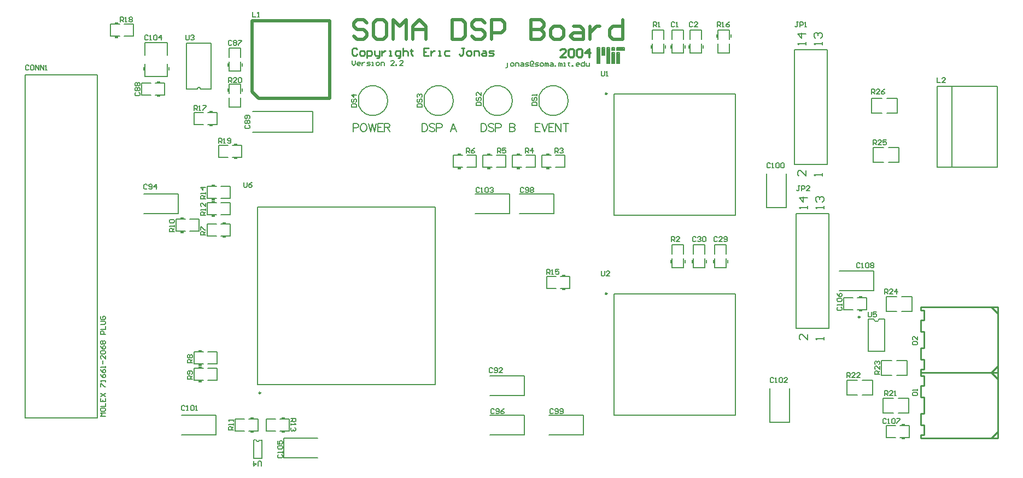
<source format=gto>
%FSLAX24Y24*%
%MOIN*%
G70*
G01*
G75*
%ADD10R,0.0394X0.0433*%
%ADD11R,0.0433X0.0394*%
%ADD12R,0.0787X0.0866*%
%ADD13R,0.0866X0.0787*%
%ADD14R,0.0472X0.0236*%
%ADD15R,0.0472X0.0236*%
%ADD16R,0.1024X0.0945*%
%ADD17C,0.0241*%
%ADD18R,0.1063X0.0630*%
%ADD19R,0.0512X0.0591*%
%ADD20R,0.0807X0.0236*%
%ADD21R,0.0630X0.0118*%
%ADD22R,0.0118X0.0630*%
%ADD23R,0.0118X0.0728*%
%ADD24R,0.0728X0.0118*%
%ADD25R,0.0620X0.0775*%
%ADD26R,0.0360X0.2560*%
%ADD27R,0.0600X0.0150*%
%ADD28R,0.0620X0.1010*%
%ADD29C,0.0080*%
%ADD30C,0.0100*%
%ADD31C,0.0160*%
%ADD32C,0.0200*%
%ADD33C,0.0500*%
%ADD34C,0.1732*%
%ADD35C,0.1732*%
%ADD36C,0.0591*%
%ADD37R,0.0591X0.0591*%
%ADD38C,0.0600*%
%ADD39C,0.0520*%
%ADD40C,0.0460*%
%ADD41C,0.0200*%
%ADD42C,0.0250*%
%ADD43C,0.0320*%
%ADD44C,0.0060*%
%ADD45C,0.0079*%
%ADD46C,0.0098*%
%ADD47C,0.0070*%
%ADD48C,0.0120*%
%ADD49C,0.0050*%
%ADD50R,0.0079X0.0197*%
%ADD51R,0.0197X0.0079*%
%ADD52C,0.0020*%
%ADD53R,0.0079X0.0197*%
D29*
X75804Y49839D02*
Y54761D01*
X79465Y49839D02*
Y54761D01*
X75804D02*
X79465D01*
X75804Y49839D02*
X79465D01*
X76700D02*
Y54761D01*
X24600Y34540D02*
Y55460D01*
X20199Y34540D02*
Y55460D01*
Y34540D02*
X24600D01*
X20199Y55460D02*
X24600D01*
X49500Y55900D02*
X49550D01*
X49600Y55950D01*
Y56200D01*
X49850Y56000D02*
X49950D01*
X50000Y56050D01*
Y56150D01*
X49950Y56200D01*
X49850D01*
X49800Y56150D01*
Y56050D01*
X49850Y56000D01*
X50100D02*
Y56200D01*
X50250D01*
X50300Y56150D01*
Y56000D01*
X50450Y56200D02*
X50550D01*
X50600Y56150D01*
Y56000D01*
X50450D01*
X50400Y56050D01*
X50450Y56100D01*
X50600D01*
X50700Y56000D02*
X50850D01*
X50900Y56050D01*
X50850Y56100D01*
X50750D01*
X50700Y56150D01*
X50750Y56200D01*
X50900D01*
X51149Y56100D02*
Y56150D01*
X51099D01*
Y56100D01*
X51149D01*
X51199Y56150D01*
Y56250D01*
X51149Y56300D01*
X51049D01*
X51000Y56250D01*
Y56050D01*
X51049Y56000D01*
X51199D01*
X51299D02*
X51449D01*
X51499Y56050D01*
X51449Y56100D01*
X51349D01*
X51299Y56150D01*
X51349Y56200D01*
X51499D01*
X51649Y56000D02*
X51749D01*
X51799Y56050D01*
Y56150D01*
X51749Y56200D01*
X51649D01*
X51599Y56150D01*
Y56050D01*
X51649Y56000D01*
X51899D02*
Y56200D01*
X51949D01*
X51999Y56150D01*
Y56000D01*
Y56150D01*
X52049Y56200D01*
X52099Y56150D01*
Y56000D01*
X52249Y56200D02*
X52349D01*
X52399Y56150D01*
Y56000D01*
X52249D01*
X52199Y56050D01*
X52249Y56100D01*
X52399D01*
X52499Y56000D02*
Y56050D01*
X52549D01*
Y56000D01*
X52499D01*
X52749D02*
Y56200D01*
X52799D01*
X52849Y56150D01*
Y56000D01*
Y56150D01*
X52899Y56200D01*
X52949Y56150D01*
Y56000D01*
X53049D02*
X53149D01*
X53099D01*
Y56200D01*
X53049D01*
X53349Y56250D02*
Y56200D01*
X53299D01*
X53399D01*
X53349D01*
Y56050D01*
X53399Y56000D01*
X53549D02*
Y56050D01*
X53599D01*
Y56000D01*
X53549D01*
X53949D02*
X53849D01*
X53799Y56050D01*
Y56150D01*
X53849Y56200D01*
X53949D01*
X53999Y56150D01*
Y56100D01*
X53799D01*
X54298Y56300D02*
Y56000D01*
X54149D01*
X54099Y56050D01*
Y56150D01*
X54149Y56200D01*
X54298D01*
X54398D02*
Y56050D01*
X54448Y56000D01*
X54598D01*
Y56200D01*
X68800Y57300D02*
Y57467D01*
Y57383D01*
X68300D01*
X68383Y57300D01*
Y57717D02*
X68300Y57800D01*
Y57966D01*
X68383Y58050D01*
X68467D01*
X68550Y57966D01*
Y57883D01*
Y57966D01*
X68633Y58050D01*
X68717D01*
X68800Y57966D01*
Y57800D01*
X68717Y57717D01*
X67800Y57300D02*
Y57467D01*
Y57383D01*
X67300D01*
X67383Y57300D01*
X67800Y57966D02*
X67300D01*
X67550Y57717D01*
Y58050D01*
X68800Y49300D02*
Y49467D01*
Y49383D01*
X68300D01*
X68383Y49300D01*
X67800Y49633D02*
Y49300D01*
X67467Y49633D01*
X67383D01*
X67300Y49550D01*
Y49383D01*
X67383Y49300D01*
X68900Y47300D02*
Y47467D01*
Y47383D01*
X68400D01*
X68483Y47300D01*
Y47717D02*
X68400Y47800D01*
Y47966D01*
X68483Y48050D01*
X68567D01*
X68650Y47966D01*
Y47883D01*
Y47966D01*
X68733Y48050D01*
X68817D01*
X68900Y47966D01*
Y47800D01*
X68817Y47717D01*
X67900Y47300D02*
Y47467D01*
Y47383D01*
X67400D01*
X67483Y47300D01*
X67900Y47966D02*
X67400D01*
X67650Y47717D01*
Y48050D01*
X68900Y39300D02*
Y39467D01*
Y39383D01*
X68400D01*
X68483Y39300D01*
X67900Y39633D02*
Y39300D01*
X67567Y39633D01*
X67483D01*
X67400Y39550D01*
Y39383D01*
X67483Y39300D01*
X51609Y52500D02*
X51300D01*
Y52000D01*
X51609D01*
X51300Y52262D02*
X51490D01*
X51693Y52500D02*
X51883Y52000D01*
X52074Y52500D02*
X51883Y52000D01*
X52447Y52500D02*
X52138D01*
Y52000D01*
X52447D01*
X52138Y52262D02*
X52328D01*
X52531Y52500D02*
Y52000D01*
Y52500D02*
X52864Y52000D01*
Y52500D02*
Y52000D01*
X53169Y52500D02*
Y52000D01*
X53002Y52500D02*
X53335D01*
X48000D02*
Y52000D01*
Y52500D02*
X48167D01*
X48238Y52476D01*
X48286Y52428D01*
X48309Y52381D01*
X48333Y52309D01*
Y52190D01*
X48309Y52119D01*
X48286Y52071D01*
X48238Y52024D01*
X48167Y52000D01*
X48000D01*
X48778Y52428D02*
X48731Y52476D01*
X48659Y52500D01*
X48564D01*
X48493Y52476D01*
X48445Y52428D01*
Y52381D01*
X48469Y52333D01*
X48493Y52309D01*
X48540Y52286D01*
X48683Y52238D01*
X48731Y52214D01*
X48755Y52190D01*
X48778Y52143D01*
Y52071D01*
X48731Y52024D01*
X48659Y52000D01*
X48564D01*
X48493Y52024D01*
X48445Y52071D01*
X48890Y52238D02*
X49105D01*
X49176Y52262D01*
X49200Y52286D01*
X49224Y52333D01*
Y52405D01*
X49200Y52452D01*
X49176Y52476D01*
X49105Y52500D01*
X48890D01*
Y52000D01*
X49728Y52500D02*
Y52000D01*
Y52500D02*
X49942D01*
X50014Y52476D01*
X50038Y52452D01*
X50061Y52405D01*
Y52357D01*
X50038Y52309D01*
X50014Y52286D01*
X49942Y52262D01*
X49728D02*
X49942D01*
X50014Y52238D01*
X50038Y52214D01*
X50061Y52167D01*
Y52095D01*
X50038Y52048D01*
X50014Y52024D01*
X49942Y52000D01*
X49728D01*
X44400Y52500D02*
Y52000D01*
Y52500D02*
X44567D01*
X44638Y52476D01*
X44686Y52428D01*
X44709Y52381D01*
X44733Y52309D01*
Y52190D01*
X44709Y52119D01*
X44686Y52071D01*
X44638Y52024D01*
X44567Y52000D01*
X44400D01*
X45178Y52428D02*
X45131Y52476D01*
X45059Y52500D01*
X44964D01*
X44893Y52476D01*
X44845Y52428D01*
Y52381D01*
X44869Y52333D01*
X44893Y52309D01*
X44940Y52286D01*
X45083Y52238D01*
X45131Y52214D01*
X45155Y52190D01*
X45178Y52143D01*
Y52071D01*
X45131Y52024D01*
X45059Y52000D01*
X44964D01*
X44893Y52024D01*
X44845Y52071D01*
X45290Y52238D02*
X45505D01*
X45576Y52262D01*
X45600Y52286D01*
X45624Y52333D01*
Y52405D01*
X45600Y52452D01*
X45576Y52476D01*
X45505Y52500D01*
X45290D01*
Y52000D01*
X46509D02*
X46319Y52500D01*
X46128Y52000D01*
X46200Y52167D02*
X46438D01*
X40200Y52238D02*
X40414D01*
X40486Y52262D01*
X40509Y52286D01*
X40533Y52333D01*
Y52405D01*
X40509Y52452D01*
X40486Y52476D01*
X40414Y52500D01*
X40200D01*
Y52000D01*
X40788Y52500D02*
X40740Y52476D01*
X40693Y52428D01*
X40669Y52381D01*
X40645Y52309D01*
Y52190D01*
X40669Y52119D01*
X40693Y52071D01*
X40740Y52024D01*
X40788Y52000D01*
X40883D01*
X40931Y52024D01*
X40978Y52071D01*
X41002Y52119D01*
X41026Y52190D01*
Y52309D01*
X41002Y52381D01*
X40978Y52428D01*
X40931Y52476D01*
X40883Y52500D01*
X40788D01*
X41143D02*
X41262Y52000D01*
X41381Y52500D02*
X41262Y52000D01*
X41381Y52500D02*
X41500Y52000D01*
X41619Y52500D02*
X41500Y52000D01*
X42028Y52500D02*
X41719D01*
Y52000D01*
X42028D01*
X41719Y52262D02*
X41909D01*
X42112Y52500D02*
Y52000D01*
Y52500D02*
X42326D01*
X42397Y52476D01*
X42421Y52452D01*
X42445Y52405D01*
Y52357D01*
X42421Y52309D01*
X42397Y52286D01*
X42326Y52262D01*
X42112D01*
X42278D02*
X42445Y52000D01*
D30*
X75800Y33300D02*
X79200D01*
X75800Y37300D02*
X79200D01*
X74800Y33300D02*
Y33500D01*
X75000D01*
Y34100D01*
X74800D02*
X75000D01*
X74800D02*
Y34800D01*
X75000D01*
Y35800D01*
X74800D02*
X75000D01*
X74800D02*
Y36500D01*
X75000D01*
Y37100D01*
X74800D02*
X75000D01*
X74800D02*
Y37300D01*
X75800D01*
X74800Y33300D02*
X75900D01*
X78800D02*
X79500D01*
Y37300D01*
X79200D02*
X79500D01*
X79100Y33300D02*
X79500Y33700D01*
X79100Y37300D02*
X79500Y36900D01*
X75800Y37300D02*
X79200D01*
X75800Y41300D02*
X79200D01*
X74800Y37300D02*
Y37500D01*
X75000D01*
Y38100D01*
X74800D02*
X75000D01*
X74800D02*
Y38800D01*
X75000D01*
Y39800D01*
X74800D02*
X75000D01*
X74800D02*
Y40500D01*
X75000D01*
Y41100D01*
X74800D02*
X75000D01*
X74800D02*
Y41300D01*
X75800D01*
X74800Y37300D02*
X75900D01*
X78800D02*
X79500D01*
Y41300D01*
X79200D02*
X79500D01*
X79100Y37300D02*
X79500Y37700D01*
X79100Y41300D02*
X79500Y40900D01*
X40450Y57025D02*
X40375Y57100D01*
X40225D01*
X40150Y57025D01*
Y56725D01*
X40225Y56650D01*
X40375D01*
X40450Y56725D01*
X40675Y56650D02*
X40825D01*
X40900Y56725D01*
Y56875D01*
X40825Y56950D01*
X40675D01*
X40600Y56875D01*
Y56725D01*
X40675Y56650D01*
X41050Y56500D02*
Y56950D01*
X41275D01*
X41350Y56875D01*
Y56725D01*
X41275Y56650D01*
X41050D01*
X41500Y56950D02*
Y56725D01*
X41575Y56650D01*
X41799D01*
Y56575D01*
X41724Y56500D01*
X41650D01*
X41799Y56650D02*
Y56950D01*
X41949D02*
Y56650D01*
Y56800D01*
X42024Y56875D01*
X42099Y56950D01*
X42174D01*
X42399Y56650D02*
X42549D01*
X42474D01*
Y56950D01*
X42399D01*
X42924Y56500D02*
X42999D01*
X43074Y56575D01*
Y56950D01*
X42849D01*
X42774Y56875D01*
Y56725D01*
X42849Y56650D01*
X43074D01*
X43224Y57100D02*
Y56650D01*
Y56875D01*
X43299Y56950D01*
X43449D01*
X43524Y56875D01*
Y56650D01*
X43749Y57025D02*
Y56950D01*
X43674D01*
X43824D01*
X43749D01*
Y56725D01*
X43824Y56650D01*
X44798Y57100D02*
X44499D01*
Y56650D01*
X44798D01*
X44499Y56875D02*
X44649D01*
X44948Y56950D02*
Y56650D01*
Y56800D01*
X45023Y56875D01*
X45098Y56950D01*
X45173D01*
X45398Y56650D02*
X45548D01*
X45473D01*
Y56950D01*
X45398D01*
X46073D02*
X45848D01*
X45773Y56875D01*
Y56725D01*
X45848Y56650D01*
X46073D01*
X46973Y57100D02*
X46823D01*
X46898D01*
Y56725D01*
X46823Y56650D01*
X46748D01*
X46673Y56725D01*
X47198Y56650D02*
X47348D01*
X47423Y56725D01*
Y56875D01*
X47348Y56950D01*
X47198D01*
X47123Y56875D01*
Y56725D01*
X47198Y56650D01*
X47573D02*
Y56950D01*
X47798D01*
X47873Y56875D01*
Y56650D01*
X48097Y56950D02*
X48247D01*
X48322Y56875D01*
Y56650D01*
X48097D01*
X48022Y56725D01*
X48097Y56800D01*
X48322D01*
X48472Y56650D02*
X48697D01*
X48772Y56725D01*
X48697Y56800D01*
X48547D01*
X48472Y56875D01*
X48547Y56950D01*
X48772D01*
D32*
X38762Y54038D02*
Y58762D01*
X34038D02*
X38762D01*
X34038Y54432D02*
Y58762D01*
Y54432D02*
X34432Y54038D01*
X38762D01*
X41050Y58650D02*
X40850Y58850D01*
X40450D01*
X40250Y58650D01*
Y58450D01*
X40450Y58250D01*
X40850D01*
X41050Y58050D01*
Y57850D01*
X40850Y57650D01*
X40450D01*
X40250Y57850D01*
X42049Y58850D02*
X41650D01*
X41450Y58650D01*
Y57850D01*
X41650Y57650D01*
X42049D01*
X42249Y57850D01*
Y58650D01*
X42049Y58850D01*
X42649Y57650D02*
Y58850D01*
X43049Y58450D01*
X43449Y58850D01*
Y57650D01*
X43849D02*
Y58450D01*
X44249Y58850D01*
X44649Y58450D01*
Y57650D01*
Y58250D01*
X43849D01*
X46248Y58850D02*
Y57650D01*
X46848D01*
X47048Y57850D01*
Y58650D01*
X46848Y58850D01*
X46248D01*
X48247Y58650D02*
X48047Y58850D01*
X47648D01*
X47448Y58650D01*
Y58450D01*
X47648Y58250D01*
X48047D01*
X48247Y58050D01*
Y57850D01*
X48047Y57650D01*
X47648D01*
X47448Y57850D01*
X48647Y57650D02*
Y58850D01*
X49247D01*
X49447Y58650D01*
Y58250D01*
X49247Y58050D01*
X48647D01*
X51047Y58850D02*
Y57650D01*
X51646D01*
X51846Y57850D01*
Y58050D01*
X51646Y58250D01*
X51047D01*
X51646D01*
X51846Y58450D01*
Y58650D01*
X51646Y58850D01*
X51047D01*
X52446Y57650D02*
X52846D01*
X53046Y57850D01*
Y58250D01*
X52846Y58450D01*
X52446D01*
X52246Y58250D01*
Y57850D01*
X52446Y57650D01*
X53646Y58450D02*
X54046D01*
X54245Y58250D01*
Y57650D01*
X53646D01*
X53446Y57850D01*
X53646Y58050D01*
X54245D01*
X54645Y58450D02*
Y57650D01*
Y58050D01*
X54845Y58250D01*
X55045Y58450D01*
X55245D01*
X56645Y58850D02*
Y57650D01*
X56045D01*
X55845Y57850D01*
Y58250D01*
X56045Y58450D01*
X56645D01*
D44*
X51548Y53580D02*
G03*
X51560Y54251I852J320D01*
G01*
X48148Y53580D02*
G03*
X48160Y54251I852J320D01*
G01*
X44548Y53580D02*
G03*
X44560Y54251I852J320D01*
G01*
X40548Y53580D02*
G03*
X40560Y54251I852J320D01*
G01*
X51550Y53579D02*
Y54240D01*
X48150Y53579D02*
Y54240D01*
X44550Y53579D02*
Y54240D01*
X40550Y53579D02*
Y54240D01*
D45*
X34297Y33187D02*
G03*
X34484Y33187I93J0D01*
G01*
X71936Y40584D02*
G03*
X72264Y40584I164J0D01*
G01*
X59646Y56791D02*
Y57362D01*
X60354Y56791D02*
Y57362D01*
X59646Y56791D02*
X60354D01*
X59646Y58209D02*
X60354D01*
X59646Y57638D02*
Y58209D01*
X60354Y57638D02*
Y58209D01*
X60746Y56791D02*
Y57362D01*
X61454Y56791D02*
Y57362D01*
X60746Y56791D02*
X61454D01*
X60746Y58209D02*
X61454D01*
X60746Y57638D02*
Y58209D01*
X61454Y57638D02*
Y58209D01*
X58446Y56791D02*
Y57362D01*
X59154Y56791D02*
Y57362D01*
X58446Y56791D02*
X59154D01*
X58446Y58209D02*
X59154D01*
X58446Y57638D02*
Y58209D01*
X59154Y57638D02*
Y58209D01*
X69100Y50000D02*
Y57000D01*
X67100Y50000D02*
Y57000D01*
Y50000D02*
X69100D01*
X67100Y57000D02*
X69100D01*
X62246Y43691D02*
Y44262D01*
X62954Y43691D02*
Y44262D01*
X62246Y43691D02*
X62954D01*
X62246Y45109D02*
X62954D01*
X62246Y44538D02*
Y45109D01*
X62954Y44538D02*
Y45109D01*
X60946Y43691D02*
Y44262D01*
X61654Y43691D02*
Y44262D01*
X60946Y43691D02*
X61654D01*
X60946Y45109D02*
X61654D01*
X60946Y44538D02*
Y45109D01*
X61654Y44538D02*
Y45109D01*
X59646Y43691D02*
Y44262D01*
X60354Y43691D02*
Y44262D01*
X59646Y43691D02*
X60354D01*
X59646Y45109D02*
X60354D01*
X59646Y44538D02*
Y45109D01*
X60354Y44538D02*
Y45109D01*
X69200Y40000D02*
Y47000D01*
X67200Y40000D02*
Y47000D01*
Y40000D02*
X69200D01*
X67200Y47000D02*
X69200D01*
X35738Y33746D02*
X36309D01*
X35738Y34454D02*
X36309D01*
Y33746D02*
Y34454D01*
X34891Y33746D02*
Y34454D01*
Y33746D02*
X35462D01*
X34891Y34454D02*
X35462D01*
X33838Y33746D02*
X34409D01*
X33838Y34454D02*
X34409D01*
Y33746D02*
Y34454D01*
X32991Y33746D02*
Y34454D01*
Y33746D02*
X33562D01*
X32991Y34454D02*
X33562D01*
X30491Y37554D02*
X31062D01*
X30491Y36846D02*
X31062D01*
X30491D02*
Y37554D01*
X31909Y36846D02*
Y37554D01*
X31338D02*
X31909D01*
X31338Y36846D02*
X31909D01*
X30491Y38554D02*
X31062D01*
X30491Y37846D02*
X31062D01*
X30491D02*
Y38554D01*
X31909Y37846D02*
Y38554D01*
X31338D02*
X31909D01*
X31338Y37846D02*
X31909D01*
X25391Y58554D02*
X25962D01*
X25391Y57846D02*
X25962D01*
X25391D02*
Y58554D01*
X26809Y57846D02*
Y58554D01*
X26238D02*
X26809D01*
X26238Y57846D02*
X26809D01*
X32838Y50446D02*
X33409D01*
X32838Y51154D02*
X33409D01*
Y50446D02*
Y51154D01*
X31991Y50446D02*
Y51154D01*
Y50446D02*
X32562D01*
X31991Y51154D02*
X32562D01*
X31338Y52446D02*
X31909D01*
X31338Y53154D02*
X31909D01*
Y52446D02*
Y53154D01*
X30491Y52446D02*
Y53154D01*
Y52446D02*
X31062D01*
X30491Y53154D02*
X31062D01*
X32138Y45646D02*
X32709D01*
X32138Y46354D02*
X32709D01*
Y45646D02*
Y46354D01*
X31291Y45646D02*
Y46354D01*
Y45646D02*
X31862D01*
X31291Y46354D02*
X31862D01*
X29391Y46654D02*
X29962D01*
X29391Y45946D02*
X29962D01*
X29391D02*
Y46654D01*
X30809Y45946D02*
Y46654D01*
X30238D02*
X30809D01*
X30238Y45946D02*
X30809D01*
X31291Y47654D02*
X31862D01*
X31291Y46946D02*
X31862D01*
X31291D02*
Y47654D01*
X32709Y46946D02*
Y47654D01*
X32138D02*
X32709D01*
X32138Y46946D02*
X32709D01*
X31291Y48654D02*
X31862D01*
X31291Y47946D02*
X31862D01*
X31291D02*
Y48654D01*
X32709Y47946D02*
Y48654D01*
X32138D02*
X32709D01*
X32138Y47946D02*
X32709D01*
X51691Y50554D02*
X52262D01*
X51691Y49846D02*
X52262D01*
X51691D02*
Y50554D01*
X53109Y49846D02*
Y50554D01*
X52538D02*
X53109D01*
X52538Y49846D02*
X53109D01*
X49891Y50554D02*
X50462D01*
X49891Y49846D02*
X50462D01*
X49891D02*
Y50554D01*
X51309Y49846D02*
Y50554D01*
X50738D02*
X51309D01*
X50738Y49846D02*
X51309D01*
X48091Y50554D02*
X48662D01*
X48091Y49846D02*
X48662D01*
X48091D02*
Y50554D01*
X49509Y49846D02*
Y50554D01*
X48938D02*
X49509D01*
X48938Y49846D02*
X49509D01*
X46291Y50554D02*
X46862D01*
X46291Y49846D02*
X46862D01*
X46291D02*
Y50554D01*
X47709Y49846D02*
Y50554D01*
X47138D02*
X47709D01*
X47138Y49846D02*
X47709D01*
X63154Y57638D02*
Y58209D01*
X62446Y57638D02*
Y58209D01*
X63154D01*
X62446Y56791D02*
X63154D01*
Y57362D01*
X62446Y56791D02*
Y57362D01*
X48555Y33509D02*
X50642D01*
X48555Y34691D02*
X50642D01*
Y33509D02*
Y34691D01*
X50355Y47009D02*
X52442D01*
X50355Y48191D02*
X52442D01*
Y47009D02*
Y48191D01*
X65409Y47358D02*
Y49445D01*
X66591Y47358D02*
Y49445D01*
X65409Y47358D02*
X66591D01*
X65609Y34258D02*
Y36345D01*
X66791Y34258D02*
Y36345D01*
X65609Y34258D02*
X66791D01*
X35958Y33291D02*
X38045D01*
X35958Y32109D02*
X38045D01*
X35958D02*
Y33291D01*
X48555Y35909D02*
X50642D01*
X48555Y37091D02*
X50642D01*
Y35909D02*
Y37091D01*
X27455Y47009D02*
X29542D01*
X27455Y48191D02*
X29542D01*
Y47009D02*
Y48191D01*
X52155Y33509D02*
X54242D01*
X52155Y34691D02*
X54242D01*
Y33509D02*
Y34691D01*
X29755Y33509D02*
X31842D01*
X29755Y34691D02*
X31842D01*
Y33509D02*
Y34691D01*
X47655Y47009D02*
X49742D01*
X47655Y48191D02*
X49742D01*
Y47009D02*
Y48191D01*
X34174Y33197D02*
X34242D01*
X34646Y32075D02*
Y33197D01*
X34135Y32075D02*
Y33197D01*
X34548Y33177D02*
X34616D01*
X34154Y32075D02*
X34627D01*
X37729Y51970D02*
Y53230D01*
X34068D02*
X37729D01*
X34068Y51970D02*
X37729D01*
X28138Y54246D02*
X28709D01*
X28138Y54954D02*
X28709D01*
Y54246D02*
Y54954D01*
X27291Y54246D02*
Y54954D01*
Y54246D02*
X27862D01*
X27291Y54954D02*
X27862D01*
X32646Y55691D02*
Y56262D01*
X33354Y55691D02*
Y56262D01*
X32646Y55691D02*
X33354D01*
X32646Y57109D02*
X33354D01*
X32646Y56538D02*
Y57109D01*
X33354Y56538D02*
Y57109D01*
X27511Y57424D02*
X28889D01*
X27511Y55376D02*
X28889D01*
X28889D02*
Y56124D01*
X27511Y55376D02*
Y56124D01*
Y56676D02*
Y57424D01*
X28889Y56676D02*
Y57424D01*
X33354Y54338D02*
Y54909D01*
X32646Y54338D02*
Y54909D01*
X33354D01*
X32646Y53491D02*
X33354D01*
Y54062D01*
X32646Y53491D02*
Y54062D01*
X73457Y34847D02*
X74087D01*
X73457Y35753D02*
X74087D01*
Y34847D02*
Y35753D01*
X72513Y34847D02*
Y35753D01*
Y34847D02*
X73143D01*
X72513Y35753D02*
X73143D01*
X73538Y33346D02*
X74109D01*
X73538Y34054D02*
X74109D01*
Y33346D02*
Y34054D01*
X72691Y33346D02*
Y34054D01*
Y33346D02*
X73262D01*
X72691Y34054D02*
X73262D01*
X70313Y36853D02*
X70943D01*
X70313Y35947D02*
X70943D01*
X70313D02*
Y36853D01*
X71887Y35947D02*
Y36853D01*
X71257D02*
X71887D01*
X71257Y35947D02*
X71887D01*
X71608Y40584D02*
X71936D01*
X72264D02*
X72592D01*
X71608Y38616D02*
X72592D01*
X71608D02*
Y40584D01*
X72592Y38616D02*
Y40584D01*
X70938Y41146D02*
X71509D01*
X70938Y41854D02*
X71509D01*
Y41146D02*
Y41854D01*
X70091Y41146D02*
Y41854D01*
Y41146D02*
X70662D01*
X70091Y41854D02*
X70662D01*
X73357Y37147D02*
X73987D01*
X73357Y38053D02*
X73987D01*
Y37147D02*
Y38053D01*
X72413Y37147D02*
Y38053D01*
Y37147D02*
X73043D01*
X72413Y38053D02*
X73043D01*
X73657Y41047D02*
X74287D01*
X73657Y41953D02*
X74287D01*
Y41047D02*
Y41953D01*
X72713Y41047D02*
Y41953D01*
Y41047D02*
X73343D01*
X72713Y41953D02*
X73343D01*
X69855Y42309D02*
X71942D01*
X69855Y43491D02*
X71942D01*
Y42309D02*
Y43491D01*
X56099Y46899D02*
X63501D01*
X56099Y54301D02*
X63501D01*
X56099Y46899D02*
Y54301D01*
X63501Y46899D02*
Y54301D01*
X45213Y36587D02*
Y47413D01*
X34387Y36587D02*
Y47413D01*
Y36587D02*
X45213D01*
X34387Y47413D02*
X45213D01*
X71913Y51053D02*
X72543D01*
X71913Y50147D02*
X72543D01*
X71913D02*
Y51053D01*
X73487Y50147D02*
Y51053D01*
X72857D02*
X73487D01*
X72857Y50147D02*
X73487D01*
X71813Y54053D02*
X72443D01*
X71813Y53147D02*
X72443D01*
X71813D02*
Y54053D01*
X73387Y53147D02*
Y54053D01*
X72757D02*
X73387D01*
X72757Y53147D02*
X73387D01*
X52838Y42446D02*
X53409D01*
X52838Y43154D02*
X53409D01*
Y42446D02*
Y43154D01*
X51991Y42446D02*
Y43154D01*
Y42446D02*
X52562D01*
X51991Y43154D02*
X52562D01*
X63501Y34699D02*
Y42101D01*
X56099Y34699D02*
Y42101D01*
X63501D01*
X56099Y34699D02*
X63501D01*
D46*
X71096Y40685D02*
G03*
X71096Y40685I-49J0D01*
G01*
X55676Y54320D02*
G03*
X55676Y54320I-49J0D01*
G01*
X34554Y36065D02*
G03*
X34554Y36065I-49J0D01*
G01*
X55676Y42120D02*
G03*
X55676Y42120I-49J0D01*
G01*
D47*
X31550Y54600D02*
Y57400D01*
X30050D02*
X31550D01*
X30050Y54600D02*
Y57400D01*
X30850Y54700D02*
X30900Y54600D01*
X30750Y54700D02*
X30850D01*
X30700Y54600D02*
X30750Y54700D01*
X30650Y54600D02*
X30700D01*
X30900D02*
X31550D01*
X30050D02*
X30650D01*
X59800Y58650D02*
X59750Y58700D01*
X59650D01*
X59600Y58650D01*
Y58450D01*
X59650Y58400D01*
X59750D01*
X59800Y58450D01*
X59900Y58400D02*
X60000D01*
X59950D01*
Y58700D01*
X59900Y58650D01*
X60900D02*
X60850Y58700D01*
X60750D01*
X60700Y58650D01*
Y58450D01*
X60750Y58400D01*
X60850D01*
X60900Y58450D01*
X61200Y58400D02*
X61000D01*
X61200Y58600D01*
Y58650D01*
X61150Y58700D01*
X61050D01*
X61000Y58650D01*
X62400Y45550D02*
X62350Y45600D01*
X62250D01*
X62200Y45550D01*
Y45350D01*
X62250Y45300D01*
X62350D01*
X62400Y45350D01*
X62700Y45300D02*
X62500D01*
X62700Y45500D01*
Y45550D01*
X62650Y45600D01*
X62550D01*
X62500Y45550D01*
X62800Y45350D02*
X62850Y45300D01*
X62950D01*
X63000Y45350D01*
Y45550D01*
X62950Y45600D01*
X62850D01*
X62800Y45550D01*
Y45500D01*
X62850Y45450D01*
X63000D01*
X61100Y45550D02*
X61050Y45600D01*
X60950D01*
X60900Y45550D01*
Y45350D01*
X60950Y45300D01*
X61050D01*
X61100Y45350D01*
X61200Y45550D02*
X61250Y45600D01*
X61350D01*
X61400Y45550D01*
Y45500D01*
X61350Y45450D01*
X61300D01*
X61350D01*
X61400Y45400D01*
Y45350D01*
X61350Y45300D01*
X61250D01*
X61200Y45350D01*
X61500Y45550D02*
X61550Y45600D01*
X61650D01*
X61700Y45550D01*
Y45350D01*
X61650Y45300D01*
X61550D01*
X61500Y45350D01*
Y45550D01*
X32800Y57530D02*
X32750Y57580D01*
X32650D01*
X32600Y57530D01*
Y57330D01*
X32650Y57280D01*
X32750D01*
X32800Y57330D01*
X32900Y57530D02*
X32950Y57580D01*
X33050D01*
X33100Y57530D01*
Y57480D01*
X33050Y57430D01*
X33100Y57380D01*
Y57330D01*
X33050Y57280D01*
X32950D01*
X32900Y57330D01*
Y57380D01*
X32950Y57430D01*
X32900Y57480D01*
Y57530D01*
X32950Y57430D02*
X33050D01*
X33200Y57580D02*
X33400D01*
Y57530D01*
X33200Y57330D01*
Y57280D01*
X26950Y54400D02*
X26900Y54350D01*
Y54250D01*
X26950Y54200D01*
X27150D01*
X27200Y54250D01*
Y54350D01*
X27150Y54400D01*
X26950Y54500D02*
X26900Y54550D01*
Y54650D01*
X26950Y54700D01*
X27000D01*
X27050Y54650D01*
X27100Y54700D01*
X27150D01*
X27200Y54650D01*
Y54550D01*
X27150Y54500D01*
X27100D01*
X27050Y54550D01*
X27000Y54500D01*
X26950D01*
X27050Y54550D02*
Y54650D01*
X26950Y54800D02*
X26900Y54850D01*
Y54950D01*
X26950Y55000D01*
X27000D01*
X27050Y54950D01*
X27100Y55000D01*
X27150D01*
X27200Y54950D01*
Y54850D01*
X27150Y54800D01*
X27100D01*
X27050Y54850D01*
X27000Y54800D01*
X26950D01*
X27050Y54850D02*
Y54950D01*
X33650Y52400D02*
X33600Y52350D01*
Y52250D01*
X33650Y52200D01*
X33850D01*
X33900Y52250D01*
Y52350D01*
X33850Y52400D01*
X33650Y52500D02*
X33600Y52550D01*
Y52650D01*
X33650Y52700D01*
X33700D01*
X33750Y52650D01*
X33800Y52700D01*
X33850D01*
X33900Y52650D01*
Y52550D01*
X33850Y52500D01*
X33800D01*
X33750Y52550D01*
X33700Y52500D01*
X33650D01*
X33750Y52550D02*
Y52650D01*
X33850Y52800D02*
X33900Y52850D01*
Y52950D01*
X33850Y53000D01*
X33650D01*
X33600Y52950D01*
Y52850D01*
X33650Y52800D01*
X33700D01*
X33750Y52850D01*
Y53000D01*
X48700Y37550D02*
X48650Y37600D01*
X48550D01*
X48500Y37550D01*
Y37350D01*
X48550Y37300D01*
X48650D01*
X48700Y37350D01*
X48800D02*
X48850Y37300D01*
X48950D01*
X49000Y37350D01*
Y37550D01*
X48950Y37600D01*
X48850D01*
X48800Y37550D01*
Y37500D01*
X48850Y37450D01*
X49000D01*
X49300Y37300D02*
X49100D01*
X49300Y37500D01*
Y37550D01*
X49250Y37600D01*
X49150D01*
X49100Y37550D01*
X27650Y48750D02*
X27600Y48800D01*
X27500D01*
X27450Y48750D01*
Y48550D01*
X27500Y48500D01*
X27600D01*
X27650Y48550D01*
X27750D02*
X27800Y48500D01*
X27900D01*
X27950Y48550D01*
Y48750D01*
X27900Y48800D01*
X27800D01*
X27750Y48750D01*
Y48700D01*
X27800Y48650D01*
X27950D01*
X28200Y48500D02*
Y48800D01*
X28050Y48650D01*
X28250D01*
X48800Y35050D02*
X48750Y35100D01*
X48650D01*
X48600Y35050D01*
Y34850D01*
X48650Y34800D01*
X48750D01*
X48800Y34850D01*
X48900D02*
X48950Y34800D01*
X49050D01*
X49100Y34850D01*
Y35050D01*
X49050Y35100D01*
X48950D01*
X48900Y35050D01*
Y35000D01*
X48950Y34950D01*
X49100D01*
X49400Y35100D02*
X49300Y35050D01*
X49200Y34950D01*
Y34850D01*
X49250Y34800D01*
X49350D01*
X49400Y34850D01*
Y34900D01*
X49350Y34950D01*
X49200D01*
X50600Y48550D02*
X50550Y48600D01*
X50450D01*
X50400Y48550D01*
Y48350D01*
X50450Y48300D01*
X50550D01*
X50600Y48350D01*
X50700D02*
X50750Y48300D01*
X50850D01*
X50900Y48350D01*
Y48550D01*
X50850Y48600D01*
X50750D01*
X50700Y48550D01*
Y48500D01*
X50750Y48450D01*
X50900D01*
X51000Y48550D02*
X51050Y48600D01*
X51150D01*
X51200Y48550D01*
Y48500D01*
X51150Y48450D01*
X51200Y48400D01*
Y48350D01*
X51150Y48300D01*
X51050D01*
X51000Y48350D01*
Y48400D01*
X51050Y48450D01*
X51000Y48500D01*
Y48550D01*
X51050Y48450D02*
X51150D01*
X52400Y35050D02*
X52350Y35100D01*
X52250D01*
X52200Y35050D01*
Y34850D01*
X52250Y34800D01*
X52350D01*
X52400Y34850D01*
X52500D02*
X52550Y34800D01*
X52650D01*
X52700Y34850D01*
Y35050D01*
X52650Y35100D01*
X52550D01*
X52500Y35050D01*
Y35000D01*
X52550Y34950D01*
X52700D01*
X52800Y34850D02*
X52850Y34800D01*
X52950D01*
X53000Y34850D01*
Y35050D01*
X52950Y35100D01*
X52850D01*
X52800Y35050D01*
Y35000D01*
X52850Y34950D01*
X53000D01*
X65640Y50040D02*
X65590Y50090D01*
X65490D01*
X65440Y50040D01*
Y49840D01*
X65490Y49790D01*
X65590D01*
X65640Y49840D01*
X65740Y49790D02*
X65840D01*
X65790D01*
Y50090D01*
X65740Y50040D01*
X65990D02*
X66040Y50090D01*
X66140D01*
X66190Y50040D01*
Y49840D01*
X66140Y49790D01*
X66040D01*
X65990Y49840D01*
Y50040D01*
X66290D02*
X66340Y50090D01*
X66440D01*
X66490Y50040D01*
Y49840D01*
X66440Y49790D01*
X66340D01*
X66290Y49840D01*
Y50040D01*
X29950Y35250D02*
X29900Y35300D01*
X29800D01*
X29750Y35250D01*
Y35050D01*
X29800Y35000D01*
X29900D01*
X29950Y35050D01*
X30050Y35000D02*
X30150D01*
X30100D01*
Y35300D01*
X30050Y35250D01*
X30300D02*
X30350Y35300D01*
X30450D01*
X30500Y35250D01*
Y35050D01*
X30450Y35000D01*
X30350D01*
X30300Y35050D01*
Y35250D01*
X30600Y35000D02*
X30700D01*
X30650D01*
Y35300D01*
X30600Y35250D01*
X65840Y36940D02*
X65790Y36990D01*
X65690D01*
X65640Y36940D01*
Y36740D01*
X65690Y36690D01*
X65790D01*
X65840Y36740D01*
X65940Y36690D02*
X66040D01*
X65990D01*
Y36990D01*
X65940Y36940D01*
X66190D02*
X66240Y36990D01*
X66340D01*
X66390Y36940D01*
Y36740D01*
X66340Y36690D01*
X66240D01*
X66190Y36740D01*
Y36940D01*
X66690Y36690D02*
X66490D01*
X66690Y36890D01*
Y36940D01*
X66640Y36990D01*
X66540D01*
X66490Y36940D01*
X47900Y48550D02*
X47850Y48600D01*
X47750D01*
X47700Y48550D01*
Y48350D01*
X47750Y48300D01*
X47850D01*
X47900Y48350D01*
X48000Y48300D02*
X48100D01*
X48050D01*
Y48600D01*
X48000Y48550D01*
X48250D02*
X48300Y48600D01*
X48400D01*
X48450Y48550D01*
Y48350D01*
X48400Y48300D01*
X48300D01*
X48250Y48350D01*
Y48550D01*
X48550D02*
X48600Y48600D01*
X48700D01*
X48750Y48550D01*
Y48500D01*
X48700Y48450D01*
X48650D01*
X48700D01*
X48750Y48400D01*
Y48350D01*
X48700Y48300D01*
X48600D01*
X48550Y48350D01*
X27700Y57850D02*
X27650Y57900D01*
X27550D01*
X27500Y57850D01*
Y57650D01*
X27550Y57600D01*
X27650D01*
X27700Y57650D01*
X27800Y57600D02*
X27900D01*
X27850D01*
Y57900D01*
X27800Y57850D01*
X28050D02*
X28100Y57900D01*
X28200D01*
X28250Y57850D01*
Y57650D01*
X28200Y57600D01*
X28100D01*
X28050Y57650D01*
Y57850D01*
X28500Y57600D02*
Y57900D01*
X28350Y57750D01*
X28550D01*
X35650Y32300D02*
X35600Y32250D01*
Y32150D01*
X35650Y32100D01*
X35850D01*
X35900Y32150D01*
Y32250D01*
X35850Y32300D01*
X35900Y32400D02*
Y32500D01*
Y32450D01*
X35600D01*
X35650Y32400D01*
Y32650D02*
X35600Y32700D01*
Y32800D01*
X35650Y32850D01*
X35850D01*
X35900Y32800D01*
Y32700D01*
X35850Y32650D01*
X35650D01*
X35600Y33150D02*
Y32950D01*
X35750D01*
X35700Y33050D01*
Y33100D01*
X35750Y33150D01*
X35850D01*
X35900Y33100D01*
Y33000D01*
X35850Y32950D01*
X69750Y41300D02*
X69700Y41250D01*
Y41150D01*
X69750Y41100D01*
X69950D01*
X70000Y41150D01*
Y41250D01*
X69950Y41300D01*
X70000Y41400D02*
Y41500D01*
Y41450D01*
X69700D01*
X69750Y41400D01*
Y41650D02*
X69700Y41700D01*
Y41800D01*
X69750Y41850D01*
X69950D01*
X70000Y41800D01*
Y41700D01*
X69950Y41650D01*
X69750D01*
X69700Y42150D02*
X69750Y42050D01*
X69850Y41950D01*
X69950D01*
X70000Y42000D01*
Y42100D01*
X69950Y42150D01*
X69900D01*
X69850Y42100D01*
Y41950D01*
X72700Y34450D02*
X72650Y34500D01*
X72550D01*
X72500Y34450D01*
Y34250D01*
X72550Y34200D01*
X72650D01*
X72700Y34250D01*
X72800Y34200D02*
X72900D01*
X72850D01*
Y34500D01*
X72800Y34450D01*
X73050D02*
X73100Y34500D01*
X73200D01*
X73250Y34450D01*
Y34250D01*
X73200Y34200D01*
X73100D01*
X73050Y34250D01*
Y34450D01*
X73350Y34500D02*
X73550D01*
Y34450D01*
X73350Y34250D01*
Y34200D01*
X71100Y43950D02*
X71050Y44000D01*
X70950D01*
X70900Y43950D01*
Y43750D01*
X70950Y43700D01*
X71050D01*
X71100Y43750D01*
X71200Y43700D02*
X71300D01*
X71250D01*
Y44000D01*
X71200Y43950D01*
X71450D02*
X71500Y44000D01*
X71600D01*
X71650Y43950D01*
Y43750D01*
X71600Y43700D01*
X71500D01*
X71450Y43750D01*
Y43950D01*
X71750D02*
X71800Y44000D01*
X71900D01*
X71950Y43950D01*
Y43900D01*
X71900Y43850D01*
X71950Y43800D01*
Y43750D01*
X71900Y43700D01*
X71800D01*
X71750Y43750D01*
Y43800D01*
X71800Y43850D01*
X71750Y43900D01*
Y43950D01*
X71800Y43850D02*
X71900D01*
X20430Y56020D02*
X20380Y56070D01*
X20280D01*
X20230Y56020D01*
Y55820D01*
X20280Y55770D01*
X20380D01*
X20430Y55820D01*
X20680Y56070D02*
X20580D01*
X20530Y56020D01*
Y55820D01*
X20580Y55770D01*
X20680D01*
X20730Y55820D01*
Y56020D01*
X20680Y56070D01*
X20830Y55770D02*
Y56070D01*
X21030Y55770D01*
Y56070D01*
X21130Y55770D02*
Y56070D01*
X21330Y55770D01*
Y56070D01*
X21430Y55770D02*
X21530D01*
X21480D01*
Y56070D01*
X21430Y56020D01*
X51100Y53600D02*
X51400D01*
Y53750D01*
X51350Y53800D01*
X51150D01*
X51100Y53750D01*
Y53600D01*
X51150Y54100D02*
X51100Y54050D01*
Y53950D01*
X51150Y53900D01*
X51200D01*
X51250Y53950D01*
Y54050D01*
X51300Y54100D01*
X51350D01*
X51400Y54050D01*
Y53950D01*
X51350Y53900D01*
X51400Y54200D02*
Y54300D01*
Y54250D01*
X51100D01*
X51150Y54200D01*
X47700Y53600D02*
X48000D01*
Y53750D01*
X47950Y53800D01*
X47750D01*
X47700Y53750D01*
Y53600D01*
X47750Y54100D02*
X47700Y54050D01*
Y53950D01*
X47750Y53900D01*
X47800D01*
X47850Y53950D01*
Y54050D01*
X47900Y54100D01*
X47950D01*
X48000Y54050D01*
Y53950D01*
X47950Y53900D01*
X48000Y54400D02*
Y54200D01*
X47800Y54400D01*
X47750D01*
X47700Y54350D01*
Y54250D01*
X47750Y54200D01*
X44100Y53500D02*
X44400D01*
Y53650D01*
X44350Y53700D01*
X44150D01*
X44100Y53650D01*
Y53500D01*
X44150Y54000D02*
X44100Y53950D01*
Y53850D01*
X44150Y53800D01*
X44200D01*
X44250Y53850D01*
Y53950D01*
X44300Y54000D01*
X44350D01*
X44400Y53950D01*
Y53850D01*
X44350Y53800D01*
X44150Y54100D02*
X44100Y54150D01*
Y54250D01*
X44150Y54300D01*
X44200D01*
X44250Y54250D01*
Y54200D01*
Y54250D01*
X44300Y54300D01*
X44350D01*
X44400Y54250D01*
Y54150D01*
X44350Y54100D01*
X40100Y53500D02*
X40400D01*
Y53650D01*
X40350Y53700D01*
X40150D01*
X40100Y53650D01*
Y53500D01*
X40150Y54000D02*
X40100Y53950D01*
Y53850D01*
X40150Y53800D01*
X40200D01*
X40250Y53850D01*
Y53950D01*
X40300Y54000D01*
X40350D01*
X40400Y53950D01*
Y53850D01*
X40350Y53800D01*
X40400Y54250D02*
X40100D01*
X40250Y54100D01*
Y54300D01*
X67330Y58700D02*
X67230D01*
X67280D01*
Y58450D01*
X67230Y58400D01*
X67180D01*
X67130Y58450D01*
X67430Y58400D02*
Y58700D01*
X67580D01*
X67630Y58650D01*
Y58550D01*
X67580Y58500D01*
X67430D01*
X67730Y58400D02*
X67830D01*
X67780D01*
Y58700D01*
X67730Y58650D01*
X67430Y48700D02*
X67330D01*
X67380D01*
Y48450D01*
X67330Y48400D01*
X67280D01*
X67230Y48450D01*
X67530Y48400D02*
Y48700D01*
X67680D01*
X67730Y48650D01*
Y48550D01*
X67680Y48500D01*
X67530D01*
X68030Y48400D02*
X67830D01*
X68030Y48600D01*
Y48650D01*
X67980Y48700D01*
X67880D01*
X67830Y48650D01*
X34080Y59300D02*
Y59000D01*
X34280D01*
X34380D02*
X34480D01*
X34430D01*
Y59300D01*
X34380Y59250D01*
X74300Y36050D02*
Y35950D01*
X74350Y35900D01*
X74550D01*
X74600Y35950D01*
Y36050D01*
X74550Y36100D01*
X74350D01*
X74300Y36050D01*
X74600Y36200D02*
Y36300D01*
Y36250D01*
X74300D01*
X74350Y36200D01*
X74300Y39150D02*
Y39050D01*
X74350Y39000D01*
X74550D01*
X74600Y39050D01*
Y39150D01*
X74550Y39200D01*
X74350D01*
X74300Y39150D01*
X74600Y39500D02*
Y39300D01*
X74400Y39500D01*
X74350D01*
X74300Y39450D01*
Y39350D01*
X74350Y39300D01*
X58500Y58400D02*
Y58700D01*
X58650D01*
X58700Y58650D01*
Y58550D01*
X58650Y58500D01*
X58500D01*
X58600D02*
X58700Y58400D01*
X58800D02*
X58900D01*
X58850D01*
Y58700D01*
X58800Y58650D01*
X59600Y45300D02*
Y45600D01*
X59750D01*
X59800Y45550D01*
Y45450D01*
X59750Y45400D01*
X59600D01*
X59700D02*
X59800Y45300D01*
X60100D02*
X59900D01*
X60100Y45500D01*
Y45550D01*
X60050Y45600D01*
X59950D01*
X59900Y45550D01*
X52500Y50700D02*
Y51000D01*
X52650D01*
X52700Y50950D01*
Y50850D01*
X52650Y50800D01*
X52500D01*
X52600D02*
X52700Y50700D01*
X52800Y50950D02*
X52850Y51000D01*
X52950D01*
X53000Y50950D01*
Y50900D01*
X52950Y50850D01*
X52900D01*
X52950D01*
X53000Y50800D01*
Y50750D01*
X52950Y50700D01*
X52850D01*
X52800Y50750D01*
X50700Y50700D02*
Y51000D01*
X50850D01*
X50900Y50950D01*
Y50850D01*
X50850Y50800D01*
X50700D01*
X50800D02*
X50900Y50700D01*
X51150D02*
Y51000D01*
X51000Y50850D01*
X51200D01*
X49000Y50700D02*
Y51000D01*
X49150D01*
X49200Y50950D01*
Y50850D01*
X49150Y50800D01*
X49000D01*
X49100D02*
X49200Y50700D01*
X49500Y51000D02*
X49300D01*
Y50850D01*
X49400Y50900D01*
X49450D01*
X49500Y50850D01*
Y50750D01*
X49450Y50700D01*
X49350D01*
X49300Y50750D01*
X47100Y50700D02*
Y51000D01*
X47250D01*
X47300Y50950D01*
Y50850D01*
X47250Y50800D01*
X47100D01*
X47200D02*
X47300Y50700D01*
X47600Y51000D02*
X47500Y50950D01*
X47400Y50850D01*
Y50750D01*
X47450Y50700D01*
X47550D01*
X47600Y50750D01*
Y50800D01*
X47550Y50850D01*
X47400D01*
X31200Y45700D02*
X30900D01*
Y45850D01*
X30950Y45900D01*
X31050D01*
X31100Y45850D01*
Y45700D01*
Y45800D02*
X31200Y45900D01*
X30900Y46000D02*
Y46200D01*
X30950D01*
X31150Y46000D01*
X31200D01*
X30400Y37900D02*
X30100D01*
Y38050D01*
X30150Y38100D01*
X30250D01*
X30300Y38050D01*
Y37900D01*
Y38000D02*
X30400Y38100D01*
X30150Y38200D02*
X30100Y38250D01*
Y38350D01*
X30150Y38400D01*
X30200D01*
X30250Y38350D01*
X30300Y38400D01*
X30350D01*
X30400Y38350D01*
Y38250D01*
X30350Y38200D01*
X30300D01*
X30250Y38250D01*
X30200Y38200D01*
X30150D01*
X30250Y38250D02*
Y38350D01*
X30400Y36900D02*
X30100D01*
Y37050D01*
X30150Y37100D01*
X30250D01*
X30300Y37050D01*
Y36900D01*
Y37000D02*
X30400Y37100D01*
X30350Y37200D02*
X30400Y37250D01*
Y37350D01*
X30350Y37400D01*
X30150D01*
X30100Y37350D01*
Y37250D01*
X30150Y37200D01*
X30200D01*
X30250Y37250D01*
Y37400D01*
X29300Y45900D02*
X29000D01*
Y46050D01*
X29050Y46100D01*
X29150D01*
X29200Y46050D01*
Y45900D01*
Y46000D02*
X29300Y46100D01*
Y46200D02*
Y46300D01*
Y46250D01*
X29000D01*
X29050Y46200D01*
Y46450D02*
X29000Y46500D01*
Y46600D01*
X29050Y46650D01*
X29250D01*
X29300Y46600D01*
Y46500D01*
X29250Y46450D01*
X29050D01*
X32900Y33800D02*
X32600D01*
Y33950D01*
X32650Y34000D01*
X32750D01*
X32800Y33950D01*
Y33800D01*
Y33900D02*
X32900Y34000D01*
Y34100D02*
Y34200D01*
Y34150D01*
X32600D01*
X32650Y34100D01*
X32900Y34350D02*
Y34450D01*
Y34400D01*
X32600D01*
X32650Y34350D01*
X31200Y46900D02*
X30900D01*
Y47050D01*
X30950Y47100D01*
X31050D01*
X31100Y47050D01*
Y46900D01*
Y47000D02*
X31200Y47100D01*
Y47200D02*
Y47300D01*
Y47250D01*
X30900D01*
X30950Y47200D01*
X31200Y47650D02*
Y47450D01*
X31000Y47650D01*
X30950D01*
X30900Y47600D01*
Y47500D01*
X30950Y47450D01*
X36400Y34500D02*
X36700D01*
Y34350D01*
X36650Y34300D01*
X36550D01*
X36500Y34350D01*
Y34500D01*
Y34400D02*
X36400Y34300D01*
Y34200D02*
Y34100D01*
Y34150D01*
X36700D01*
X36650Y34200D01*
Y33950D02*
X36700Y33900D01*
Y33800D01*
X36650Y33750D01*
X36600D01*
X36550Y33800D01*
Y33850D01*
Y33800D01*
X36500Y33750D01*
X36450D01*
X36400Y33800D01*
Y33900D01*
X36450Y33950D01*
X31200Y47900D02*
X30900D01*
Y48050D01*
X30950Y48100D01*
X31050D01*
X31100Y48050D01*
Y47900D01*
Y48000D02*
X31200Y48100D01*
Y48200D02*
Y48300D01*
Y48250D01*
X30900D01*
X30950Y48200D01*
X31200Y48600D02*
X30900D01*
X31050Y48450D01*
Y48650D01*
X52000Y43300D02*
Y43600D01*
X52150D01*
X52200Y43550D01*
Y43450D01*
X52150Y43400D01*
X52000D01*
X52100D02*
X52200Y43300D01*
X52300D02*
X52400D01*
X52350D01*
Y43600D01*
X52300Y43550D01*
X52750Y43600D02*
X52550D01*
Y43450D01*
X52650Y43500D01*
X52700D01*
X52750Y43450D01*
Y43350D01*
X52700Y43300D01*
X52600D01*
X52550Y43350D01*
X62400Y58400D02*
Y58700D01*
X62550D01*
X62600Y58650D01*
Y58550D01*
X62550Y58500D01*
X62400D01*
X62500D02*
X62600Y58400D01*
X62700D02*
X62800D01*
X62750D01*
Y58700D01*
X62700Y58650D01*
X63150Y58700D02*
X63050Y58650D01*
X62950Y58550D01*
Y58450D01*
X63000Y58400D01*
X63100D01*
X63150Y58450D01*
Y58500D01*
X63100Y58550D01*
X62950D01*
X30500Y53300D02*
Y53600D01*
X30650D01*
X30700Y53550D01*
Y53450D01*
X30650Y53400D01*
X30500D01*
X30600D02*
X30700Y53300D01*
X30800D02*
X30900D01*
X30850D01*
Y53600D01*
X30800Y53550D01*
X31050Y53600D02*
X31250D01*
Y53550D01*
X31050Y53350D01*
Y53300D01*
X26000Y58700D02*
Y59000D01*
X26150D01*
X26200Y58950D01*
Y58850D01*
X26150Y58800D01*
X26000D01*
X26100D02*
X26200Y58700D01*
X26300D02*
X26400D01*
X26350D01*
Y59000D01*
X26300Y58950D01*
X26550D02*
X26600Y59000D01*
X26700D01*
X26750Y58950D01*
Y58900D01*
X26700Y58850D01*
X26750Y58800D01*
Y58750D01*
X26700Y58700D01*
X26600D01*
X26550Y58750D01*
Y58800D01*
X26600Y58850D01*
X26550Y58900D01*
Y58950D01*
X26600Y58850D02*
X26700D01*
X32000Y51300D02*
Y51600D01*
X32150D01*
X32200Y51550D01*
Y51450D01*
X32150Y51400D01*
X32000D01*
X32100D02*
X32200Y51300D01*
X32300D02*
X32400D01*
X32350D01*
Y51600D01*
X32300Y51550D01*
X32550Y51350D02*
X32600Y51300D01*
X32700D01*
X32750Y51350D01*
Y51550D01*
X32700Y51600D01*
X32600D01*
X32550Y51550D01*
Y51500D01*
X32600Y51450D01*
X32750D01*
X32600Y55000D02*
Y55300D01*
X32750D01*
X32800Y55250D01*
Y55150D01*
X32750Y55100D01*
X32600D01*
X32700D02*
X32800Y55000D01*
X33100D02*
X32900D01*
X33100Y55200D01*
Y55250D01*
X33050Y55300D01*
X32950D01*
X32900Y55250D01*
X33200D02*
X33250Y55300D01*
X33350D01*
X33400Y55250D01*
Y55050D01*
X33350Y55000D01*
X33250D01*
X33200Y55050D01*
Y55250D01*
X72600Y35900D02*
Y36200D01*
X72750D01*
X72800Y36150D01*
Y36050D01*
X72750Y36000D01*
X72600D01*
X72700D02*
X72800Y35900D01*
X73100D02*
X72900D01*
X73100Y36100D01*
Y36150D01*
X73050Y36200D01*
X72950D01*
X72900Y36150D01*
X73200Y35900D02*
X73300D01*
X73250D01*
Y36200D01*
X73200Y36150D01*
X70300Y37000D02*
Y37300D01*
X70450D01*
X70500Y37250D01*
Y37150D01*
X70450Y37100D01*
X70300D01*
X70400D02*
X70500Y37000D01*
X70800D02*
X70600D01*
X70800Y37200D01*
Y37250D01*
X70750Y37300D01*
X70650D01*
X70600Y37250D01*
X71100Y37000D02*
X70900D01*
X71100Y37200D01*
Y37250D01*
X71050Y37300D01*
X70950D01*
X70900Y37250D01*
X72300Y37200D02*
X72000D01*
Y37350D01*
X72050Y37400D01*
X72150D01*
X72200Y37350D01*
Y37200D01*
Y37300D02*
X72300Y37400D01*
Y37700D02*
Y37500D01*
X72100Y37700D01*
X72050D01*
X72000Y37650D01*
Y37550D01*
X72050Y37500D01*
Y37800D02*
X72000Y37850D01*
Y37950D01*
X72050Y38000D01*
X72100D01*
X72150Y37950D01*
Y37900D01*
Y37950D01*
X72200Y38000D01*
X72250D01*
X72300Y37950D01*
Y37850D01*
X72250Y37800D01*
X72600Y42100D02*
Y42400D01*
X72750D01*
X72800Y42350D01*
Y42250D01*
X72750Y42200D01*
X72600D01*
X72700D02*
X72800Y42100D01*
X73100D02*
X72900D01*
X73100Y42300D01*
Y42350D01*
X73050Y42400D01*
X72950D01*
X72900Y42350D01*
X73350Y42100D02*
Y42400D01*
X73200Y42250D01*
X73400D01*
X55340Y55700D02*
Y55450D01*
X55390Y55400D01*
X55490D01*
X55540Y55450D01*
Y55700D01*
X55640Y55400D02*
X55740D01*
X55690D01*
Y55700D01*
X55640Y55650D01*
X30000Y57900D02*
Y57650D01*
X30050Y57600D01*
X30150D01*
X30200Y57650D01*
Y57900D01*
X30300Y57850D02*
X30350Y57900D01*
X30450D01*
X30500Y57850D01*
Y57800D01*
X30450Y57750D01*
X30400D01*
X30450D01*
X30500Y57700D01*
Y57650D01*
X30450Y57600D01*
X30350D01*
X30300Y57650D01*
X34600Y31600D02*
Y31850D01*
X34550Y31900D01*
X34450D01*
X34400Y31850D01*
Y31600D01*
X34150Y31900D02*
Y31600D01*
X34300Y31750D01*
X34100D01*
X71600Y41000D02*
Y40750D01*
X71650Y40700D01*
X71750D01*
X71800Y40750D01*
Y41000D01*
X72100D02*
X71900D01*
Y40850D01*
X72000Y40900D01*
X72050D01*
X72100Y40850D01*
Y40750D01*
X72050Y40700D01*
X71950D01*
X71900Y40750D01*
X33530Y48910D02*
Y48660D01*
X33580Y48610D01*
X33680D01*
X33730Y48660D01*
Y48910D01*
X34030D02*
X33930Y48860D01*
X33830Y48760D01*
Y48660D01*
X33880Y48610D01*
X33980D01*
X34030Y48660D01*
Y48710D01*
X33980Y48760D01*
X33830D01*
X55340Y43500D02*
Y43250D01*
X55390Y43200D01*
X55490D01*
X55540Y43250D01*
Y43500D01*
X55840Y43200D02*
X55640D01*
X55840Y43400D01*
Y43450D01*
X55790Y43500D01*
X55690D01*
X55640Y43450D01*
X75800Y55300D02*
Y55000D01*
X76000D01*
X76300D02*
X76100D01*
X76300Y55200D01*
Y55250D01*
X76250Y55300D01*
X76150D01*
X76100Y55250D01*
X71900Y51200D02*
Y51500D01*
X72050D01*
X72100Y51450D01*
Y51350D01*
X72050Y51300D01*
X71900D01*
X72000D02*
X72100Y51200D01*
X72400D02*
X72200D01*
X72400Y51400D01*
Y51450D01*
X72350Y51500D01*
X72250D01*
X72200Y51450D01*
X72700Y51500D02*
X72500D01*
Y51350D01*
X72600Y51400D01*
X72650D01*
X72700Y51350D01*
Y51250D01*
X72650Y51200D01*
X72550D01*
X72500Y51250D01*
X71800Y54300D02*
Y54600D01*
X71950D01*
X72000Y54550D01*
Y54450D01*
X71950Y54400D01*
X71800D01*
X71900D02*
X72000Y54300D01*
X72300D02*
X72100D01*
X72300Y54500D01*
Y54550D01*
X72250Y54600D01*
X72150D01*
X72100Y54550D01*
X72600Y54600D02*
X72500Y54550D01*
X72400Y54450D01*
Y54350D01*
X72450Y54300D01*
X72550D01*
X72600Y54350D01*
Y54400D01*
X72550Y54450D01*
X72400D01*
X40150Y56350D02*
Y56150D01*
X40250Y56050D01*
X40350Y56150D01*
Y56350D01*
X40600Y56050D02*
X40500D01*
X40450Y56100D01*
Y56200D01*
X40500Y56250D01*
X40600D01*
X40650Y56200D01*
Y56150D01*
X40450D01*
X40750Y56250D02*
Y56050D01*
Y56150D01*
X40800Y56200D01*
X40850Y56250D01*
X40900D01*
X41050Y56050D02*
X41200D01*
X41250Y56100D01*
X41200Y56150D01*
X41100D01*
X41050Y56200D01*
X41100Y56250D01*
X41250D01*
X41350Y56050D02*
X41450D01*
X41400D01*
Y56250D01*
X41350D01*
X41650Y56050D02*
X41749D01*
X41799Y56100D01*
Y56200D01*
X41749Y56250D01*
X41650D01*
X41600Y56200D01*
Y56100D01*
X41650Y56050D01*
X41899D02*
Y56250D01*
X42049D01*
X42099Y56200D01*
Y56050D01*
X42699D02*
X42499D01*
X42699Y56250D01*
Y56300D01*
X42649Y56350D01*
X42549D01*
X42499Y56300D01*
X42799Y56050D02*
Y56100D01*
X42849D01*
Y56050D01*
X42799D01*
X43249D02*
X43049D01*
X43249Y56250D01*
Y56300D01*
X43199Y56350D01*
X43099D01*
X43049Y56300D01*
X25100Y34650D02*
X24800D01*
X24900Y34750D01*
X24800Y34850D01*
X25100D01*
X24800Y35100D02*
Y35000D01*
X24850Y34950D01*
X25050D01*
X25100Y35000D01*
Y35100D01*
X25050Y35150D01*
X24850D01*
X24800Y35100D01*
Y35250D02*
X25100D01*
Y35450D01*
X24800Y35750D02*
Y35550D01*
X25100D01*
Y35750D01*
X24950Y35550D02*
Y35650D01*
X24800Y35850D02*
X25100Y36050D01*
X24800D02*
X25100Y35850D01*
X24800Y36449D02*
Y36649D01*
X24850D01*
X25050Y36449D01*
X25100D01*
Y36749D02*
Y36849D01*
Y36799D01*
X24800D01*
X24850Y36749D01*
X24800Y37199D02*
X24850Y37099D01*
X24950Y36999D01*
X25050D01*
X25100Y37049D01*
Y37149D01*
X25050Y37199D01*
X25000D01*
X24950Y37149D01*
Y36999D01*
X24800Y37499D02*
X24850Y37399D01*
X24950Y37299D01*
X25050D01*
X25100Y37349D01*
Y37449D01*
X25050Y37499D01*
X25000D01*
X24950Y37449D01*
Y37299D01*
X25100Y37599D02*
Y37699D01*
Y37649D01*
X24800D01*
X24850Y37599D01*
X24950Y37849D02*
Y38049D01*
X25100Y38349D02*
Y38149D01*
X24900Y38349D01*
X24850D01*
X24800Y38299D01*
Y38199D01*
X24850Y38149D01*
Y38449D02*
X24800Y38499D01*
Y38599D01*
X24850Y38649D01*
X25050D01*
X25100Y38599D01*
Y38499D01*
X25050Y38449D01*
X24850D01*
X24800Y38949D02*
X24850Y38849D01*
X24950Y38749D01*
X25050D01*
X25100Y38799D01*
Y38899D01*
X25050Y38949D01*
X25000D01*
X24950Y38899D01*
Y38749D01*
X24850Y39049D02*
X24800Y39099D01*
Y39199D01*
X24850Y39249D01*
X24900D01*
X24950Y39199D01*
X25000Y39249D01*
X25050D01*
X25100Y39199D01*
Y39099D01*
X25050Y39049D01*
X25000D01*
X24950Y39099D01*
X24900Y39049D01*
X24850D01*
X24950Y39099D02*
Y39199D01*
X25100Y39648D02*
X24800D01*
Y39798D01*
X24850Y39848D01*
X24950D01*
X25000Y39798D01*
Y39648D01*
X24800Y39948D02*
X25100D01*
Y40148D01*
X24800Y40248D02*
X25050D01*
X25100Y40298D01*
Y40398D01*
X25050Y40448D01*
X24800D01*
X24850Y40748D02*
X24800Y40698D01*
Y40598D01*
X24850Y40548D01*
X25050D01*
X25100Y40598D01*
Y40698D01*
X25050Y40748D01*
X24950D01*
Y40648D01*
D48*
X53183Y56550D02*
X52850D01*
X53183Y56883D01*
Y56967D01*
X53100Y57050D01*
X52933D01*
X52850Y56967D01*
X53350D02*
X53433Y57050D01*
X53600D01*
X53683Y56967D01*
Y56633D01*
X53600Y56550D01*
X53433D01*
X53350Y56633D01*
Y56967D01*
X53850D02*
X53933Y57050D01*
X54100D01*
X54183Y56967D01*
Y56633D01*
X54100Y56550D01*
X53933D01*
X53850Y56633D01*
Y56967D01*
X54599Y56550D02*
Y57050D01*
X54350Y56800D01*
X54683D01*
D49*
X56275Y56175D02*
Y56825D01*
X56425D01*
Y56175D01*
X56275D01*
X56317Y56217D02*
Y56783D01*
X56383D01*
Y56217D01*
X56317D01*
X56345Y56258D02*
X56355Y56742D01*
X55975Y56975D02*
Y57125D01*
X56125D01*
Y56975D01*
X55975D01*
X56017Y57017D02*
Y57083D01*
X56083D01*
Y57017D01*
X56017D01*
X56045Y57045D02*
X56055Y57055D01*
X55975Y56175D02*
Y56825D01*
X56125D01*
Y56175D01*
X55975D01*
X56017Y56217D02*
Y56783D01*
X56083D01*
Y56217D01*
X56017D01*
X56045Y56258D02*
X56055Y56742D01*
X56275Y56975D02*
Y57125D01*
X56725D01*
Y56975D01*
X56275D01*
X56317Y57017D02*
Y57083D01*
X56683D01*
Y57017D01*
X56317D01*
X56358Y57045D02*
X56642Y57055D01*
X55675Y56175D02*
Y57125D01*
X55825D01*
Y56175D01*
X55675D01*
X55717Y56217D02*
Y57083D01*
X55783D01*
Y56217D01*
X55717D01*
X55745Y56258D02*
X55755Y57042D01*
X55375Y56675D02*
Y57125D01*
X55525D01*
Y56675D01*
X55375D01*
X55417Y56717D02*
Y57083D01*
X55483D01*
Y56717D01*
X55417D01*
X55445Y56758D02*
X55455Y57042D01*
X55075Y56175D02*
Y57125D01*
X55225D01*
Y56175D01*
X55075D01*
X55117Y56217D02*
Y57083D01*
X55183D01*
Y56217D01*
X55117D01*
X55145Y56258D02*
X55155Y57042D01*
D50*
X60433Y57165D02*
D03*
X59567D02*
D03*
X61533D02*
D03*
X60667D02*
D03*
X59233D02*
D03*
X58367D02*
D03*
X63033Y44065D02*
D03*
X62167D02*
D03*
X61733D02*
D03*
X60867D02*
D03*
X60433D02*
D03*
X59567D02*
D03*
X62367Y57835D02*
D03*
X63233Y57835D02*
D03*
X33433Y56065D02*
D03*
X32567D02*
D03*
X32567Y54535D02*
D03*
X33433Y54535D02*
D03*
D51*
X35935Y34533D02*
D03*
Y33667D02*
D03*
X34035Y34533D02*
D03*
Y33667D02*
D03*
X33035Y51233D02*
D03*
X33035Y50367D02*
D03*
X31535Y53233D02*
D03*
Y52367D02*
D03*
X32335Y46433D02*
D03*
Y45567D02*
D03*
X28335Y55033D02*
D03*
Y54167D02*
D03*
X73735Y34133D02*
D03*
Y33267D02*
D03*
X71135Y41933D02*
D03*
Y41067D02*
D03*
X53035Y43233D02*
D03*
Y42367D02*
D03*
D52*
X30777Y36737D02*
Y36796D01*
X30954Y36796D01*
Y36737D01*
X30777Y36737D01*
X30793Y36754D02*
X30793Y36780D01*
X30938D01*
X30938Y36754D01*
X30793D01*
X30810Y36762D02*
X30921Y36772D01*
X30777Y37604D02*
Y37663D01*
X30954Y37663D01*
Y37604D01*
X30777Y37604D01*
X30793Y37620D02*
X30793Y37646D01*
X30938D01*
X30938Y37620D01*
X30793D01*
X30810Y37628D02*
X30921Y37638D01*
X30777Y37737D02*
Y37796D01*
X30954Y37796D01*
Y37737D01*
X30777Y37737D01*
X30793Y37754D02*
X30793Y37780D01*
X30938D01*
X30938Y37754D01*
X30793D01*
X30810Y37762D02*
X30921Y37772D01*
X30777Y38604D02*
Y38663D01*
X30954Y38663D01*
Y38604D01*
X30777Y38604D01*
X30793Y38620D02*
X30793Y38646D01*
X30938D01*
X30938Y38620D01*
X30793D01*
X30810Y38628D02*
X30921Y38638D01*
X25677Y57737D02*
Y57796D01*
X25854Y57796D01*
Y57737D01*
X25677Y57737D01*
X25693Y57754D02*
X25693Y57780D01*
X25838D01*
X25838Y57754D01*
X25693D01*
X25710Y57762D02*
X25821Y57772D01*
X25677Y58604D02*
Y58663D01*
X25854Y58663D01*
Y58604D01*
X25677Y58604D01*
X25693Y58620D02*
X25693Y58646D01*
X25838D01*
X25838Y58620D01*
X25693D01*
X25710Y58628D02*
X25821Y58638D01*
X29677Y45837D02*
Y45896D01*
X29854Y45896D01*
Y45837D01*
X29677Y45837D01*
X29693Y45854D02*
X29693Y45880D01*
X29838D01*
X29838Y45854D01*
X29693D01*
X29710Y45862D02*
X29821Y45872D01*
X29677Y46704D02*
Y46763D01*
X29854Y46763D01*
Y46704D01*
X29677Y46704D01*
X29693Y46720D02*
X29693Y46746D01*
X29838D01*
X29838Y46720D01*
X29693D01*
X29710Y46728D02*
X29821Y46738D01*
X31577Y46837D02*
Y46896D01*
X31754Y46896D01*
Y46837D01*
X31577Y46837D01*
X31593Y46854D02*
X31593Y46880D01*
X31738D01*
X31738Y46854D01*
X31593D01*
X31610Y46862D02*
X31721Y46872D01*
X31577Y47704D02*
Y47763D01*
X31754Y47763D01*
Y47704D01*
X31577Y47704D01*
X31593Y47720D02*
X31593Y47746D01*
X31738D01*
X31738Y47720D01*
X31593D01*
X31610Y47728D02*
X31721Y47738D01*
X31577Y47837D02*
Y47896D01*
X31754Y47896D01*
Y47837D01*
X31577Y47837D01*
X31593Y47854D02*
X31593Y47880D01*
X31738D01*
X31738Y47854D01*
X31593D01*
X31610Y47862D02*
X31721Y47872D01*
X31577Y48704D02*
Y48763D01*
X31754Y48763D01*
Y48704D01*
X31577Y48704D01*
X31593Y48720D02*
X31593Y48746D01*
X31738D01*
X31738Y48720D01*
X31593D01*
X31610Y48728D02*
X31721Y48738D01*
X51977Y49737D02*
Y49796D01*
X52154Y49796D01*
Y49737D01*
X51977Y49737D01*
X51993Y49754D02*
X51993Y49780D01*
X52138D01*
X52138Y49754D01*
X51993D01*
X52010Y49762D02*
X52121Y49772D01*
X51977Y50604D02*
Y50663D01*
X52154Y50663D01*
Y50604D01*
X51977Y50604D01*
X51993Y50620D02*
X51993Y50646D01*
X52138D01*
X52138Y50620D01*
X51993D01*
X52010Y50628D02*
X52121Y50638D01*
X50177Y49737D02*
Y49796D01*
X50354Y49796D01*
Y49737D01*
X50177Y49737D01*
X50193Y49754D02*
X50193Y49780D01*
X50338D01*
X50338Y49754D01*
X50193D01*
X50210Y49762D02*
X50321Y49772D01*
X50177Y50604D02*
Y50663D01*
X50354Y50663D01*
Y50604D01*
X50177Y50604D01*
X50193Y50620D02*
X50193Y50646D01*
X50338D01*
X50338Y50620D01*
X50193D01*
X50210Y50628D02*
X50321Y50638D01*
X48377Y49737D02*
Y49796D01*
X48554Y49796D01*
Y49737D01*
X48377Y49737D01*
X48393Y49754D02*
X48393Y49780D01*
X48538D01*
X48538Y49754D01*
X48393D01*
X48410Y49762D02*
X48521Y49772D01*
X48377Y50604D02*
Y50663D01*
X48554Y50663D01*
Y50604D01*
X48377Y50604D01*
X48393Y50620D02*
X48393Y50646D01*
X48538D01*
X48538Y50620D01*
X48393D01*
X48410Y50628D02*
X48521Y50638D01*
X46577Y49737D02*
Y49796D01*
X46754Y49796D01*
Y49737D01*
X46577Y49737D01*
X46593Y49754D02*
X46593Y49780D01*
X46738D01*
X46738Y49754D01*
X46593D01*
X46610Y49762D02*
X46721Y49772D01*
X46577Y50604D02*
Y50663D01*
X46754Y50663D01*
Y50604D01*
X46577Y50604D01*
X46593Y50620D02*
X46593Y50646D01*
X46738D01*
X46738Y50620D01*
X46593D01*
X46610Y50628D02*
X46721Y50638D01*
D53*
X28960Y55849D02*
D03*
X27432D02*
D03*
M02*

</source>
